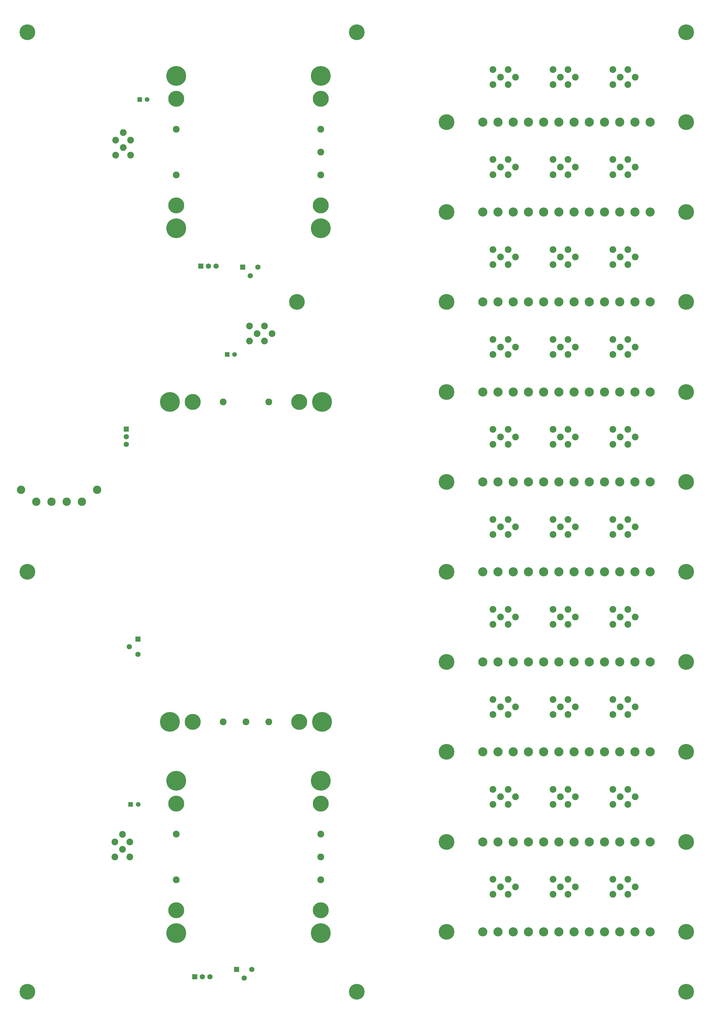
<source format=gbr>
%FSLAX23Y23*%
%MOIN*%
G04 EasyPC Gerber Version 18.0.6 Build 3620 *
%ADD77R,0.06200X0.06200*%
%ADD94R,0.07000X0.07000*%
%ADD78C,0.06200*%
%ADD95C,0.07000*%
%ADD80C,0.08874*%
%ADD73C,0.09000*%
%ADD81C,0.11000*%
%ADD99C,0.12000*%
%ADD72C,0.20685*%
%ADD74C,0.21000*%
%ADD93C,0.26000*%
X0Y0D02*
D02*
D72*
X400Y400D03*
Y5912D03*
Y12998D03*
X3943Y9455D03*
X4730Y400D03*
Y12998D03*
X5912Y1187D03*
Y2368D03*
Y3549D03*
Y4730D03*
Y5912D03*
Y7093D03*
Y8274D03*
Y9455D03*
Y10636D03*
Y11817D03*
X9061Y400D03*
Y1187D03*
Y2368D03*
Y3549D03*
Y4730D03*
Y5912D03*
Y7093D03*
Y8274D03*
Y9455D03*
Y10636D03*
Y11817D03*
Y12998D03*
D02*
D73*
X2358Y1871D03*
Y2471D03*
Y11123D03*
Y11723D03*
X2974Y3943D03*
Y8143D03*
X3274Y3943D03*
X3574D03*
Y8143D03*
X4258Y1871D03*
Y2171D03*
Y2471D03*
Y11123D03*
Y11423D03*
Y11723D03*
D02*
D74*
X2358Y1471D03*
Y2871D03*
Y10723D03*
Y12123D03*
X2574Y3943D03*
Y8143D03*
X3974Y3943D03*
Y8143D03*
X4258Y1471D03*
Y2871D03*
Y10723D03*
Y12123D03*
D02*
D77*
X1758Y2860D03*
X1877Y12112D03*
X3026Y8766D03*
D02*
D78*
X1856Y2860D03*
X1975Y12112D03*
X3124Y8766D03*
D02*
D80*
X1551Y2171D03*
Y2368D03*
X1561Y11384D03*
Y11581D03*
X1650Y2270D03*
Y2467D03*
X1660Y11482D03*
Y11679D03*
X1748Y2171D03*
Y2368D03*
X1758Y11384D03*
Y11581D03*
X3321Y8943D03*
Y9140D03*
X3420Y9041D03*
X3518Y8943D03*
Y9140D03*
X3616Y9041D03*
X6522Y1679D03*
Y1876D03*
Y2860D03*
Y3057D03*
Y4041D03*
Y4238D03*
Y5223D03*
Y5419D03*
Y6404D03*
Y6600D03*
Y7585D03*
Y7782D03*
Y8766D03*
Y8963D03*
Y9947D03*
Y10144D03*
Y11128D03*
Y11325D03*
Y12309D03*
Y12506D03*
X6620Y1778D03*
Y2959D03*
Y4140D03*
Y5321D03*
Y6502D03*
Y7683D03*
Y8864D03*
Y10045D03*
Y11226D03*
Y12408D03*
X6719Y1679D03*
Y1876D03*
Y2860D03*
Y3057D03*
Y4041D03*
Y4238D03*
Y5223D03*
Y5419D03*
Y6404D03*
Y6600D03*
Y7585D03*
Y7782D03*
Y8766D03*
Y8963D03*
Y9947D03*
Y10144D03*
Y11128D03*
Y11325D03*
Y12309D03*
Y12506D03*
X6817Y1778D03*
Y2959D03*
Y4140D03*
Y5321D03*
Y6502D03*
Y7683D03*
Y8864D03*
Y10045D03*
Y11226D03*
Y12408D03*
X7309Y1679D03*
Y1876D03*
Y2860D03*
Y3057D03*
Y4041D03*
Y4238D03*
Y5223D03*
Y5419D03*
Y6404D03*
Y6600D03*
Y7585D03*
Y7782D03*
Y8766D03*
Y8963D03*
Y9947D03*
Y10144D03*
Y11128D03*
Y11325D03*
Y12309D03*
Y12506D03*
X7408Y1778D03*
Y2959D03*
Y4140D03*
Y5321D03*
Y6502D03*
Y7683D03*
Y8864D03*
Y10045D03*
Y11226D03*
Y12408D03*
X7506Y1679D03*
Y1876D03*
Y2860D03*
Y3057D03*
Y4041D03*
Y4238D03*
Y5223D03*
Y5419D03*
Y6404D03*
Y6600D03*
Y7585D03*
Y7782D03*
Y8766D03*
Y8963D03*
Y9947D03*
Y10144D03*
Y11128D03*
Y11325D03*
Y12309D03*
Y12506D03*
X7604Y1778D03*
Y2959D03*
Y4140D03*
Y5321D03*
Y6502D03*
Y7683D03*
Y8864D03*
Y10045D03*
Y11226D03*
Y12408D03*
X8097Y1679D03*
Y1876D03*
Y2860D03*
Y3057D03*
Y4041D03*
Y4238D03*
Y5223D03*
Y5419D03*
Y6404D03*
Y6600D03*
Y7585D03*
Y7782D03*
Y8766D03*
Y8963D03*
Y9947D03*
Y10144D03*
Y11128D03*
Y11325D03*
Y12309D03*
Y12506D03*
X8195Y1778D03*
Y2959D03*
Y4140D03*
Y5321D03*
Y6502D03*
Y7683D03*
Y8864D03*
Y10045D03*
Y11226D03*
Y12408D03*
X8293Y1679D03*
Y1876D03*
Y2860D03*
Y3057D03*
Y4041D03*
Y4238D03*
Y5223D03*
Y5419D03*
Y6404D03*
Y6600D03*
Y7585D03*
Y7782D03*
Y8766D03*
Y8963D03*
Y9947D03*
Y10144D03*
Y11128D03*
Y11325D03*
Y12309D03*
Y12506D03*
X8392Y1778D03*
Y2959D03*
Y4140D03*
Y5321D03*
Y6502D03*
Y7683D03*
Y8864D03*
Y10045D03*
Y11226D03*
Y12408D03*
D02*
D81*
X318Y6990D03*
X518Y6833D03*
X718D03*
X918D03*
X1118D03*
X1318Y6990D03*
D02*
D93*
X2274Y3943D03*
Y8143D03*
X2358Y1171D03*
Y3171D03*
Y10423D03*
Y12423D03*
X4258Y1171D03*
Y3171D03*
Y10423D03*
Y12423D03*
X4274Y3943D03*
Y8143D03*
D02*
D94*
X1699Y7785D03*
X1853Y5029D03*
X2601Y597D03*
X2680Y9927D03*
X3152Y692D03*
X3231Y9912D03*
D02*
D95*
X1699Y7585D03*
Y7685D03*
X1741Y4929D03*
X1853Y4829D03*
X2701Y597D03*
X2780Y9927D03*
X2801Y597D03*
X2880Y9927D03*
X3252Y580D03*
X3331Y9800D03*
X3352Y692D03*
X3431Y9912D03*
D02*
D99*
X6386Y1187D03*
Y2368D03*
Y3549D03*
Y4730D03*
Y5912D03*
Y7093D03*
Y8274D03*
Y9455D03*
Y10636D03*
Y11817D03*
X6586Y1187D03*
Y2368D03*
Y3549D03*
Y4730D03*
Y5912D03*
Y7093D03*
Y8274D03*
Y9455D03*
Y10636D03*
Y11817D03*
X6786Y1187D03*
Y2368D03*
Y3549D03*
Y4730D03*
Y5912D03*
Y7093D03*
Y8274D03*
Y9455D03*
Y10636D03*
Y11817D03*
X6986Y1187D03*
Y2368D03*
Y3549D03*
Y4730D03*
Y5912D03*
Y7093D03*
Y8274D03*
Y9455D03*
Y10636D03*
Y11817D03*
X7186Y1187D03*
Y2368D03*
Y3549D03*
Y4730D03*
Y5912D03*
Y7093D03*
Y8274D03*
Y9455D03*
Y10636D03*
Y11817D03*
X7386Y1187D03*
Y2368D03*
Y3549D03*
Y4730D03*
Y5912D03*
Y7093D03*
Y8274D03*
Y9455D03*
Y10636D03*
Y11817D03*
X7586Y1187D03*
Y2368D03*
Y3549D03*
Y4730D03*
Y5912D03*
Y7093D03*
Y8274D03*
Y9455D03*
Y10636D03*
Y11817D03*
X7786Y1187D03*
Y2368D03*
Y3549D03*
Y4730D03*
Y5912D03*
Y7093D03*
Y8274D03*
Y9455D03*
Y10636D03*
Y11817D03*
X7986Y1187D03*
Y2368D03*
Y3549D03*
Y4730D03*
Y5912D03*
Y7093D03*
Y8274D03*
Y9455D03*
Y10636D03*
Y11817D03*
X8186Y1187D03*
Y2368D03*
Y3549D03*
Y4730D03*
Y5912D03*
Y7093D03*
Y8274D03*
Y9455D03*
Y10636D03*
Y11817D03*
X8386Y1187D03*
Y2368D03*
Y3549D03*
Y4730D03*
Y5912D03*
Y7093D03*
Y8274D03*
Y9455D03*
Y10636D03*
Y11817D03*
X8586Y1187D03*
Y2368D03*
Y3549D03*
Y4730D03*
Y5912D03*
Y7093D03*
Y8274D03*
Y9455D03*
Y10636D03*
Y11817D03*
X0Y0D02*
M02*

</source>
